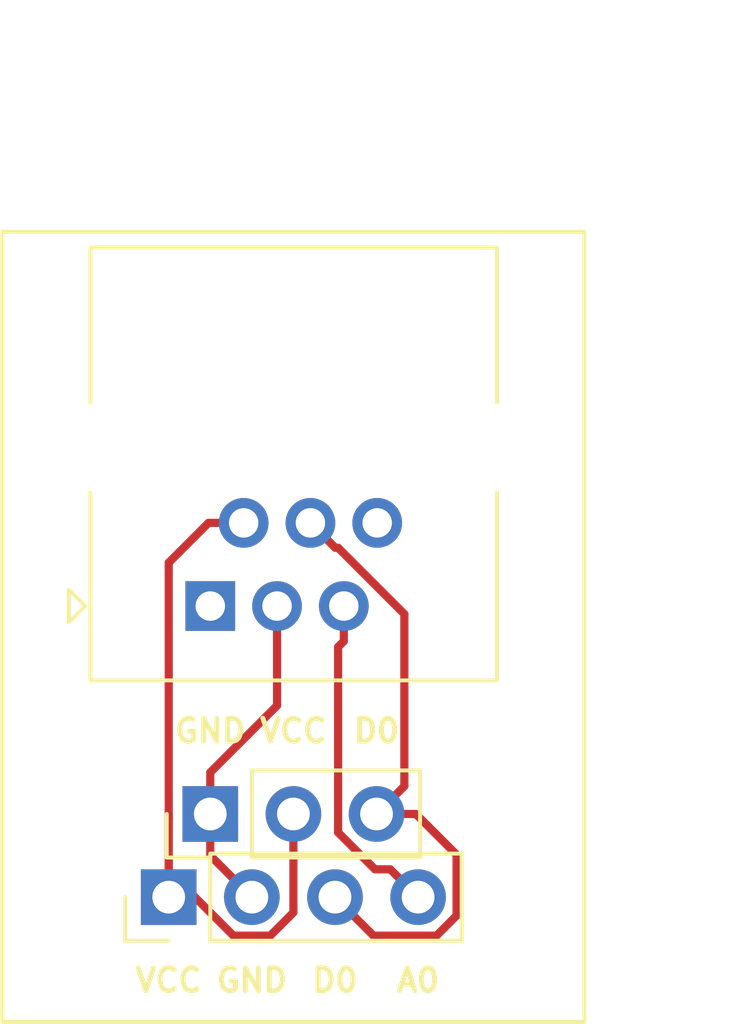
<source format=kicad_pcb>
(kicad_pcb (version 20171130) (host pcbnew 5.1.5+dfsg1-2build2)

  (general
    (thickness 1.6)
    (drawings 13)
    (tracks 34)
    (zones 0)
    (modules 3)
    (nets 5)
  )

  (page A4)
  (layers
    (0 F.Cu signal)
    (31 B.Cu signal)
    (32 B.Adhes user)
    (33 F.Adhes user)
    (34 B.Paste user)
    (35 F.Paste user)
    (36 B.SilkS user)
    (37 F.SilkS user)
    (38 B.Mask user)
    (39 F.Mask user)
    (40 Dwgs.User user)
    (41 Cmts.User user)
    (42 Eco1.User user)
    (43 Eco2.User user)
    (44 Edge.Cuts user)
    (45 Margin user)
    (46 B.CrtYd user)
    (47 F.CrtYd user)
    (48 B.Fab user)
    (49 F.Fab user hide)
  )

  (setup
    (last_trace_width 0.25)
    (trace_clearance 0.2)
    (zone_clearance 0.508)
    (zone_45_only no)
    (trace_min 0.2)
    (via_size 0.8)
    (via_drill 0.4)
    (via_min_size 0.4)
    (via_min_drill 0.3)
    (uvia_size 0.3)
    (uvia_drill 0.1)
    (uvias_allowed no)
    (uvia_min_size 0.2)
    (uvia_min_drill 0.1)
    (edge_width 0.05)
    (segment_width 0.2)
    (pcb_text_width 0.3)
    (pcb_text_size 1.5 1.5)
    (mod_edge_width 0.12)
    (mod_text_size 1 1)
    (mod_text_width 0.15)
    (pad_size 1.524 1.524)
    (pad_drill 0.762)
    (pad_to_mask_clearance 0.051)
    (solder_mask_min_width 0.25)
    (aux_axis_origin 0 0)
    (visible_elements FFFFFF7F)
    (pcbplotparams
      (layerselection 0x010fc_ffffffff)
      (usegerberextensions false)
      (usegerberattributes false)
      (usegerberadvancedattributes false)
      (creategerberjobfile false)
      (excludeedgelayer true)
      (linewidth 0.100000)
      (plotframeref false)
      (viasonmask false)
      (mode 1)
      (useauxorigin false)
      (hpglpennumber 1)
      (hpglpenspeed 20)
      (hpglpendiameter 15.000000)
      (psnegative false)
      (psa4output false)
      (plotreference true)
      (plotvalue true)
      (plotinvisibletext false)
      (padsonsilk false)
      (subtractmaskfromsilk false)
      (outputformat 1)
      (mirror false)
      (drillshape 0)
      (scaleselection 1)
      (outputdirectory ""))
  )

  (net 0 "")
  (net 1 /A0)
  (net 2 /D0)
  (net 3 /GND)
  (net 4 /VCC)

  (net_class Default "Esta es la clase de red por defecto."
    (clearance 0.2)
    (trace_width 0.25)
    (via_dia 0.8)
    (via_drill 0.4)
    (uvia_dia 0.3)
    (uvia_drill 0.1)
    (add_net /A0)
    (add_net /D0)
    (add_net /GND)
    (add_net /VCC)
    (add_net "Net-(J1-Pad1)")
    (add_net "Net-(J1-Pad6)")
  )

  (module Connector_PinHeader_2.54mm:PinHeader_1x03_P2.54mm_Vertical (layer F.Cu) (tedit 59FED5CC) (tstamp 5F5827AB)
    (at 115.57 101.6 90)
    (descr "Through hole straight pin header, 1x03, 2.54mm pitch, single row")
    (tags "Through hole pin header THT 1x03 2.54mm single row")
    (path /5F6125A9)
    (fp_text reference J3 (at 0 -2.33 90) (layer F.SilkS) hide
      (effects (font (size 1 1) (thickness 0.15)))
    )
    (fp_text value Conn_01x03 (at 0 7.41 90) (layer F.Fab)
      (effects (font (size 1 1) (thickness 0.15)))
    )
    (fp_text user %R (at 0 2.54) (layer F.Fab)
      (effects (font (size 1 1) (thickness 0.15)))
    )
    (fp_line (start 1.8 -1.8) (end -1.8 -1.8) (layer F.CrtYd) (width 0.05))
    (fp_line (start 1.8 6.85) (end 1.8 -1.8) (layer F.CrtYd) (width 0.05))
    (fp_line (start -1.8 6.85) (end 1.8 6.85) (layer F.CrtYd) (width 0.05))
    (fp_line (start -1.8 -1.8) (end -1.8 6.85) (layer F.CrtYd) (width 0.05))
    (fp_line (start -1.33 -1.33) (end 0 -1.33) (layer F.SilkS) (width 0.12))
    (fp_line (start -1.33 0) (end -1.33 -1.33) (layer F.SilkS) (width 0.12))
    (fp_line (start -1.33 1.27) (end 1.33 1.27) (layer F.SilkS) (width 0.12))
    (fp_line (start 1.33 1.27) (end 1.33 6.41) (layer F.SilkS) (width 0.12))
    (fp_line (start -1.33 1.27) (end -1.33 6.41) (layer F.SilkS) (width 0.12))
    (fp_line (start -1.33 6.41) (end 1.33 6.41) (layer F.SilkS) (width 0.12))
    (fp_line (start -1.27 -0.635) (end -0.635 -1.27) (layer F.Fab) (width 0.1))
    (fp_line (start -1.27 6.35) (end -1.27 -0.635) (layer F.Fab) (width 0.1))
    (fp_line (start 1.27 6.35) (end -1.27 6.35) (layer F.Fab) (width 0.1))
    (fp_line (start 1.27 -1.27) (end 1.27 6.35) (layer F.Fab) (width 0.1))
    (fp_line (start -0.635 -1.27) (end 1.27 -1.27) (layer F.Fab) (width 0.1))
    (pad 3 thru_hole oval (at 0 5.08 90) (size 1.7 1.7) (drill 1) (layers *.Cu *.Mask)
      (net 2 /D0))
    (pad 2 thru_hole oval (at 0 2.54 90) (size 1.7 1.7) (drill 1) (layers *.Cu *.Mask)
      (net 4 /VCC))
    (pad 1 thru_hole rect (at 0 0 90) (size 1.7 1.7) (drill 1) (layers *.Cu *.Mask)
      (net 3 /GND))
    (model ${KISYS3DMOD}/Connector_PinHeader_2.54mm.3dshapes/PinHeader_1x03_P2.54mm_Vertical.wrl
      (at (xyz 0 0 0))
      (scale (xyz 1 1 1))
      (rotate (xyz 0 0 0))
    )
  )

  (module Connector_PinHeader_2.54mm:PinHeader_1x04_P2.54mm_Vertical (layer F.Cu) (tedit 59FED5CC) (tstamp 5F58273A)
    (at 114.3 104.14 90)
    (descr "Through hole straight pin header, 1x04, 2.54mm pitch, single row")
    (tags "Through hole pin header THT 1x04 2.54mm single row")
    (path /5F611EE7)
    (fp_text reference J2 (at 0 -2.33 90) (layer F.SilkS) hide
      (effects (font (size 1 1) (thickness 0.15)))
    )
    (fp_text value Conn_01x04 (at 0 9.95 90) (layer F.Fab)
      (effects (font (size 1 1) (thickness 0.15)))
    )
    (fp_text user %R (at 0 3.81) (layer F.Fab)
      (effects (font (size 1 1) (thickness 0.15)))
    )
    (fp_line (start 1.8 -1.8) (end -1.8 -1.8) (layer F.CrtYd) (width 0.05))
    (fp_line (start 1.8 9.4) (end 1.8 -1.8) (layer F.CrtYd) (width 0.05))
    (fp_line (start -1.8 9.4) (end 1.8 9.4) (layer F.CrtYd) (width 0.05))
    (fp_line (start -1.8 -1.8) (end -1.8 9.4) (layer F.CrtYd) (width 0.05))
    (fp_line (start -1.33 -1.33) (end 0 -1.33) (layer F.SilkS) (width 0.12))
    (fp_line (start -1.33 0) (end -1.33 -1.33) (layer F.SilkS) (width 0.12))
    (fp_line (start -1.33 1.27) (end 1.33 1.27) (layer F.SilkS) (width 0.12))
    (fp_line (start 1.33 1.27) (end 1.33 8.95) (layer F.SilkS) (width 0.12))
    (fp_line (start -1.33 1.27) (end -1.33 8.95) (layer F.SilkS) (width 0.12))
    (fp_line (start -1.33 8.95) (end 1.33 8.95) (layer F.SilkS) (width 0.12))
    (fp_line (start -1.27 -0.635) (end -0.635 -1.27) (layer F.Fab) (width 0.1))
    (fp_line (start -1.27 8.89) (end -1.27 -0.635) (layer F.Fab) (width 0.1))
    (fp_line (start 1.27 8.89) (end -1.27 8.89) (layer F.Fab) (width 0.1))
    (fp_line (start 1.27 -1.27) (end 1.27 8.89) (layer F.Fab) (width 0.1))
    (fp_line (start -0.635 -1.27) (end 1.27 -1.27) (layer F.Fab) (width 0.1))
    (pad 4 thru_hole oval (at 0 7.62 90) (size 1.7 1.7) (drill 1) (layers *.Cu *.Mask)
      (net 1 /A0))
    (pad 3 thru_hole oval (at 0 5.08 90) (size 1.7 1.7) (drill 1) (layers *.Cu *.Mask)
      (net 2 /D0))
    (pad 2 thru_hole oval (at 0 2.54 90) (size 1.7 1.7) (drill 1) (layers *.Cu *.Mask)
      (net 3 /GND))
    (pad 1 thru_hole rect (at 0 0 90) (size 1.7 1.7) (drill 1) (layers *.Cu *.Mask)
      (net 4 /VCC))
    (model ${KISYS3DMOD}/Connector_PinHeader_2.54mm.3dshapes/PinHeader_1x04_P2.54mm_Vertical.wrl
      (at (xyz 0 0 0))
      (scale (xyz 1 1 1))
      (rotate (xyz 0 0 0))
    )
  )

  (module Connector_RJ:RJ25_Wayconn_MJEA-660X1_Horizontal (layer F.Cu) (tedit 5DC188C6) (tstamp 5F581B7E)
    (at 115.57 95.25 180)
    (descr "RJ25 6P6C Socket 90 degrees, https://wayconn.com/wp-content/themes/way/datasheet/MJEA-660X1XXX_RJ25_6P6C_PCB_RA.pdf")
    (tags "RJ12 RJ18 RJ25 jack connector 6P6C")
    (path /5F610ACD)
    (fp_text reference J1 (at -6.985 -3.175) (layer F.SilkS) hide
      (effects (font (size 1 1) (thickness 0.15)))
    )
    (fp_text value RJ9 (at -2.55 12.315) (layer F.Fab)
      (effects (font (size 1 1) (thickness 0.15)))
    )
    (fp_line (start 4.32 -0.5) (end 4.32 0.5) (layer F.SilkS) (width 0.12))
    (fp_line (start 4.32 -0.5) (end 3.82 0) (layer F.SilkS) (width 0.12))
    (fp_line (start 3.82 0) (end 4.32 0.5) (layer F.SilkS) (width 0.12))
    (fp_line (start 3.05 0) (end 3.55 0.5) (layer F.Fab) (width 0.1))
    (fp_line (start 3.55 -0.5) (end 3.05 0) (layer F.Fab) (width 0.1))
    (fp_line (start 3.55 -2.16) (end 3.55 -0.5) (layer F.Fab) (width 0.1))
    (fp_line (start 3.55 0.5) (end 3.55 3.47) (layer F.Fab) (width 0.1))
    (fp_line (start -8.65 -2.16) (end 3.55 -2.16) (layer F.Fab) (width 0.1))
    (fp_line (start -8.65 6.22) (end -8.65 10.84) (layer F.Fab) (width 0.1))
    (fp_line (start 3.55 6.22) (end 3.55 10.84) (layer F.Fab) (width 0.1))
    (fp_line (start -8.65 10.84) (end 3.55 10.84) (layer F.Fab) (width 0.1))
    (fp_line (start -8.65 -2.16) (end -8.65 3.47) (layer F.Fab) (width 0.1))
    (fp_text user %R (at -2.55 4.445) (layer F.Fab)
      (effects (font (size 1 1) (thickness 0.15)))
    )
    (fp_line (start 5.1 11.34) (end -10.2 11.34) (layer F.CrtYd) (width 0.05))
    (fp_line (start 5.1 11.34) (end 5.1 -2.66) (layer F.CrtYd) (width 0.05))
    (fp_line (start -10.2 -2.66) (end -10.2 11.34) (layer F.CrtYd) (width 0.05))
    (fp_line (start -10.2 -2.66) (end 5.1 -2.66) (layer F.CrtYd) (width 0.05))
    (fp_line (start 3.66 6.22) (end 3.66 10.95) (layer F.SilkS) (width 0.12))
    (fp_line (start -8.76 6.22) (end -8.76 10.95) (layer F.SilkS) (width 0.12))
    (fp_line (start -8.76 -2.27) (end 3.66 -2.27) (layer F.SilkS) (width 0.12))
    (fp_line (start -8.76 10.95) (end 3.66 10.95) (layer F.SilkS) (width 0.12))
    (fp_line (start 3.66 -2.27) (end 3.66 3.47) (layer F.SilkS) (width 0.12))
    (fp_line (start -8.76 -2.27) (end -8.76 3.47) (layer F.SilkS) (width 0.12))
    (pad "" np_thru_hole circle (at -8.55 4.84 180) (size 2.3 2.3) (drill 2.3) (layers *.Cu *.Mask))
    (pad "" np_thru_hole circle (at 3.45 4.84 180) (size 2.3 2.3) (drill 2.3) (layers *.Cu *.Mask))
    (pad 6 thru_hole circle (at -5.1 2.54 180) (size 1.52 1.52) (drill 0.9) (layers *.Cu *.Mask))
    (pad 5 thru_hole circle (at -4.08 0 180) (size 1.52 1.52) (drill 0.9) (layers *.Cu *.Mask)
      (net 1 /A0))
    (pad 4 thru_hole circle (at -3.06 2.54 180) (size 1.52 1.52) (drill 0.9) (layers *.Cu *.Mask)
      (net 2 /D0))
    (pad 3 thru_hole circle (at -2.04 0 180) (size 1.52 1.52) (drill 0.9) (layers *.Cu *.Mask)
      (net 3 /GND))
    (pad 2 thru_hole circle (at -1.02 2.54 180) (size 1.52 1.52) (drill 0.9) (layers *.Cu *.Mask)
      (net 4 /VCC))
    (pad 1 thru_hole rect (at 0 0 180) (size 1.52 1.52) (drill 0.9) (layers *.Cu *.Mask))
    (model ${KISYS3DMOD}/Connector_RJ.3dshapes/RJ25_Wayconn_MJEA-660X1_Horizontal.wrl
      (at (xyz 0 0 0))
      (scale (xyz 1 1 1))
      (rotate (xyz 0 0 0))
    )
  )

  (dimension 17.78 (width 0.15) (layer Dwgs.User)
    (gr_text "17,780 mm" (at 118.11 77.44) (layer Dwgs.User)
      (effects (font (size 1 1) (thickness 0.15)))
    )
    (feature1 (pts (xy 127 81.28) (xy 127 78.153579)))
    (feature2 (pts (xy 109.22 81.28) (xy 109.22 78.153579)))
    (crossbar (pts (xy 109.22 78.74) (xy 127 78.74)))
    (arrow1a (pts (xy 127 78.74) (xy 125.873496 79.326421)))
    (arrow1b (pts (xy 127 78.74) (xy 125.873496 78.153579)))
    (arrow2a (pts (xy 109.22 78.74) (xy 110.346504 79.326421)))
    (arrow2b (pts (xy 109.22 78.74) (xy 110.346504 78.153579)))
  )
  (dimension 24.13 (width 0.15) (layer Dwgs.User)
    (gr_text "24,130 mm" (at 128.24 95.885 270) (layer Dwgs.User)
      (effects (font (size 1 1) (thickness 0.15)))
    )
    (feature1 (pts (xy 129.54 107.95) (xy 128.953579 107.95)))
    (feature2 (pts (xy 129.54 83.82) (xy 128.953579 83.82)))
    (crossbar (pts (xy 129.54 83.82) (xy 129.54 107.95)))
    (arrow1a (pts (xy 129.54 107.95) (xy 128.953579 106.823496)))
    (arrow1b (pts (xy 129.54 107.95) (xy 130.126421 106.823496)))
    (arrow2a (pts (xy 129.54 83.82) (xy 128.953579 84.946504)))
    (arrow2b (pts (xy 129.54 83.82) (xy 130.126421 84.946504)))
  )
  (gr_text GND (at 115.57 99.06) (layer F.SilkS) (tstamp 5F582892)
    (effects (font (size 0.7 0.7) (thickness 0.15)))
  )
  (gr_text VCC (at 118.11 99.06) (layer F.SilkS) (tstamp 5F582890)
    (effects (font (size 0.7 0.7) (thickness 0.15)))
  )
  (gr_text D0 (at 120.65 99.06) (layer F.SilkS) (tstamp 5F58288E)
    (effects (font (size 0.7 0.7) (thickness 0.15)))
  )
  (gr_text A0 (at 121.92 106.68) (layer F.SilkS) (tstamp 5F582888)
    (effects (font (size 0.7 0.7) (thickness 0.15)))
  )
  (gr_text D0 (at 119.38 106.68) (layer F.SilkS) (tstamp 5F582886)
    (effects (font (size 0.7 0.7) (thickness 0.15)))
  )
  (gr_text VCC (at 114.3 106.68) (layer F.SilkS) (tstamp 5F582884)
    (effects (font (size 0.7 0.7) (thickness 0.15)))
  )
  (gr_text GND (at 116.84 106.68) (layer F.SilkS) (tstamp 5F58286C)
    (effects (font (size 0.7 0.7) (thickness 0.15)))
  )
  (gr_line (start 127 83.82) (end 109.22 83.82) (layer F.SilkS) (width 0.12) (tstamp 5F5824A1))
  (gr_line (start 127 107.95) (end 127 83.82) (layer F.SilkS) (width 0.12))
  (gr_line (start 109.22 107.95) (end 127 107.95) (layer F.SilkS) (width 0.12))
  (gr_line (start 109.22 83.82) (end 109.22 107.95) (layer F.SilkS) (width 0.12))

  (segment (start 119.389999 93.469999) (end 118.63 92.71) (width 0.25) (layer F.Cu) (net 2))
  (segment (start 119.475801 93.469999) (end 119.389999 93.469999) (width 0.25) (layer F.Cu) (net 2))
  (segment (start 121.499999 95.494197) (end 119.475801 93.469999) (width 0.25) (layer F.Cu) (net 2))
  (segment (start 121.499999 100.750001) (end 121.499999 95.494197) (width 0.25) (layer F.Cu) (net 2))
  (segment (start 120.65 101.6) (end 121.499999 100.750001) (width 0.25) (layer F.Cu) (net 2))
  (segment (start 121.852081 101.6) (end 120.65 101.6) (width 0.25) (layer F.Cu) (net 2))
  (segment (start 123.095001 102.84292) (end 121.852081 101.6) (width 0.25) (layer F.Cu) (net 2))
  (segment (start 123.095001 104.704001) (end 123.095001 102.84292) (width 0.25) (layer F.Cu) (net 2))
  (segment (start 122.484001 105.315001) (end 123.095001 104.704001) (width 0.25) (layer F.Cu) (net 2))
  (segment (start 120.555001 105.315001) (end 122.484001 105.315001) (width 0.25) (layer F.Cu) (net 2))
  (segment (start 119.38 104.14) (end 120.555001 105.315001) (width 0.25) (layer F.Cu) (net 2))
  (segment (start 117.61 98.29) (end 115.57 100.33) (width 0.25) (layer F.Cu) (net 3))
  (segment (start 117.61 95.25) (end 117.61 98.29) (width 0.25) (layer F.Cu) (net 3))
  (segment (start 115.57 102.87) (end 116.84 104.14) (width 0.25) (layer F.Cu) (net 3))
  (segment (start 115.57 101.6) (end 115.57 102.87) (width 0.25) (layer F.Cu) (net 3))
  (segment (start 115.57 100.33) (end 115.57 101.6) (width 0.25) (layer F.Cu) (net 3))
  (segment (start 114.3 103.04) (end 114.3 104.14) (width 0.25) (layer F.Cu) (net 4))
  (segment (start 115.515198 92.71) (end 114.3 93.925198) (width 0.25) (layer F.Cu) (net 4))
  (segment (start 116.59 92.71) (end 115.515198 92.71) (width 0.25) (layer F.Cu) (net 4))
  (segment (start 118.11 102.802081) (end 118.11 101.6) (width 0.25) (layer F.Cu) (net 4))
  (segment (start 118.11 104.609002) (end 118.11 102.802081) (width 0.25) (layer F.Cu) (net 4))
  (segment (start 117.404001 105.315001) (end 118.11 104.609002) (width 0.25) (layer F.Cu) (net 4))
  (segment (start 116.275999 105.315001) (end 117.404001 105.315001) (width 0.25) (layer F.Cu) (net 4))
  (segment (start 114.3 103.339002) (end 116.275999 105.315001) (width 0.25) (layer F.Cu) (net 4))
  (segment (start 114.3 104.14) (end 114.3 103.339002) (width 0.25) (layer F.Cu) (net 4))
  (segment (start 114.3 101.6) (end 114.3 104.14) (width 0.25) (layer F.Cu) (net 4))
  (segment (start 114.3 93.925198) (end 114.3 101.6) (width 0.25) (layer F.Cu) (net 4))
  (segment (start 114.3 101.6) (end 114.3 101.77) (width 0.25) (layer F.Cu) (net 4))
  (segment (start 119.65 96.324802) (end 119.65 95.25) (width 0.25) (layer F.Cu) (net 1))
  (segment (start 119.474999 96.499803) (end 119.65 96.324802) (width 0.25) (layer F.Cu) (net 1))
  (segment (start 119.474999 102.164001) (end 119.474999 96.499803) (width 0.25) (layer F.Cu) (net 1))
  (segment (start 120.600999 103.290001) (end 119.474999 102.164001) (width 0.25) (layer F.Cu) (net 1))
  (segment (start 121.070001 103.290001) (end 120.600999 103.290001) (width 0.25) (layer F.Cu) (net 1))
  (segment (start 121.92 104.14) (end 121.070001 103.290001) (width 0.25) (layer F.Cu) (net 1))

)

</source>
